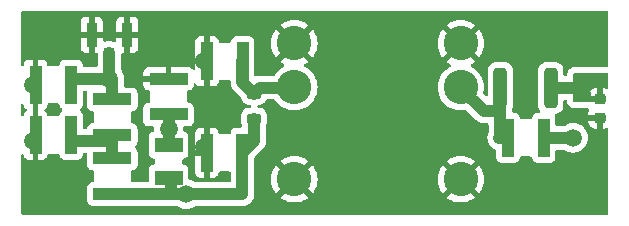
<source format=gtl>
G04 #@! TF.GenerationSoftware,KiCad,Pcbnew,7.0.9*
G04 #@! TF.CreationDate,2023-11-27T12:39:35-05:00*
G04 #@! TF.ProjectId,GE_3T_Wantcom_motherboard,47455f33-545f-4576-916e-74636f6d5f6d,0*
G04 #@! TF.SameCoordinates,Original*
G04 #@! TF.FileFunction,Copper,L1,Top*
G04 #@! TF.FilePolarity,Positive*
%FSLAX46Y46*%
G04 Gerber Fmt 4.6, Leading zero omitted, Abs format (unit mm)*
G04 Created by KiCad (PCBNEW 7.0.9) date 2023-11-27 12:39:35*
%MOMM*%
%LPD*%
G01*
G04 APERTURE LIST*
G04 Aperture macros list*
%AMRoundRect*
0 Rectangle with rounded corners*
0 $1 Rounding radius*
0 $2 $3 $4 $5 $6 $7 $8 $9 X,Y pos of 4 corners*
0 Add a 4 corners polygon primitive as box body*
4,1,4,$2,$3,$4,$5,$6,$7,$8,$9,$2,$3,0*
0 Add four circle primitives for the rounded corners*
1,1,$1+$1,$2,$3*
1,1,$1+$1,$4,$5*
1,1,$1+$1,$6,$7*
1,1,$1+$1,$8,$9*
0 Add four rect primitives between the rounded corners*
20,1,$1+$1,$2,$3,$4,$5,0*
20,1,$1+$1,$4,$5,$6,$7,0*
20,1,$1+$1,$6,$7,$8,$9,0*
20,1,$1+$1,$8,$9,$2,$3,0*%
G04 Aperture macros list end*
G04 #@! TA.AperFunction,ComponentPad*
%ADD10C,3.500000*%
G04 #@! TD*
G04 #@! TA.AperFunction,ComponentPad*
%ADD11C,2.920000*%
G04 #@! TD*
G04 #@! TA.AperFunction,HeatsinkPad*
%ADD12R,1.500000X1.500000*%
G04 #@! TD*
G04 #@! TA.AperFunction,ComponentPad*
%ADD13R,1.500000X1.500000*%
G04 #@! TD*
G04 #@! TA.AperFunction,SMDPad,CuDef*
%ADD14RoundRect,0.218750X0.381250X-0.218750X0.381250X0.218750X-0.381250X0.218750X-0.381250X-0.218750X0*%
G04 #@! TD*
G04 #@! TA.AperFunction,SMDPad,CuDef*
%ADD15R,0.990600X3.251200*%
G04 #@! TD*
G04 #@! TA.AperFunction,SMDPad,CuDef*
%ADD16RoundRect,0.250000X0.312500X1.450000X-0.312500X1.450000X-0.312500X-1.450000X0.312500X-1.450000X0*%
G04 #@! TD*
G04 #@! TA.AperFunction,SMDPad,CuDef*
%ADD17R,3.251200X0.990600*%
G04 #@! TD*
G04 #@! TA.AperFunction,SMDPad,CuDef*
%ADD18R,2.360000X1.270000*%
G04 #@! TD*
G04 #@! TA.AperFunction,SMDPad,CuDef*
%ADD19R,0.838200X0.889000*%
G04 #@! TD*
G04 #@! TA.AperFunction,SMDPad,CuDef*
%ADD20R,0.889000X2.057400*%
G04 #@! TD*
G04 #@! TA.AperFunction,SMDPad,CuDef*
%ADD21RoundRect,0.225000X-0.250000X0.225000X-0.250000X-0.225000X0.250000X-0.225000X0.250000X0.225000X0*%
G04 #@! TD*
G04 #@! TA.AperFunction,ViaPad*
%ADD22C,1.500000*%
G04 #@! TD*
G04 #@! TA.AperFunction,Conductor*
%ADD23C,1.000000*%
G04 #@! TD*
G04 APERTURE END LIST*
D10*
X158000000Y-114750000D03*
X167500000Y-102500000D03*
X202500000Y-102500000D03*
X202500000Y-114750000D03*
D11*
X178400000Y-106450000D03*
X192500000Y-106450000D03*
X178400000Y-102750000D03*
X178400000Y-114250000D03*
D12*
X181450000Y-102450000D03*
D13*
X181450000Y-106450000D03*
X181450000Y-110450000D03*
X181450000Y-114450000D03*
D12*
X185450000Y-102450000D03*
D13*
X185450000Y-106450000D03*
X185450000Y-110450000D03*
X185450000Y-114450000D03*
D12*
X189450000Y-102450000D03*
D13*
X189450000Y-106450000D03*
X189450000Y-110450000D03*
X189450000Y-114450000D03*
D11*
X192500000Y-102750000D03*
X192500000Y-114250000D03*
D14*
X175000000Y-109125000D03*
X175000000Y-107000000D03*
D15*
X159511300Y-106250000D03*
X156488700Y-106250000D03*
D16*
X200117500Y-106500000D03*
X195842500Y-106500000D03*
D17*
X163000000Y-107488700D03*
X163000000Y-110511300D03*
D18*
X167750000Y-114145000D03*
X167750000Y-111355000D03*
D15*
X159511300Y-110500000D03*
X156488700Y-110500000D03*
D19*
X162750000Y-103548399D03*
D20*
X161250000Y-101999990D03*
X164250000Y-101999990D03*
D15*
X196488700Y-110740000D03*
X199511300Y-110740000D03*
X170988700Y-112000000D03*
X174011300Y-112000000D03*
D17*
X167750000Y-105738700D03*
X167750000Y-108761300D03*
D21*
X204250000Y-107475000D03*
X204250000Y-109025000D03*
D17*
X163000000Y-112488700D03*
X163000000Y-115511300D03*
D15*
X171000000Y-104250000D03*
X174022600Y-104250000D03*
D22*
X170784800Y-104250000D03*
X156250000Y-106250000D03*
X170750000Y-111500000D03*
X157250000Y-101750000D03*
X204000000Y-111500000D03*
X156250000Y-111000000D03*
X202000000Y-110740000D03*
X167750000Y-110000000D03*
X169250000Y-115500000D03*
X162750000Y-105750000D03*
D23*
X200117500Y-106500000D02*
X202500000Y-106500000D01*
X202500000Y-106500000D02*
X203000000Y-107000000D01*
X195750000Y-108500000D02*
X194480000Y-108500000D01*
X195842500Y-106500000D02*
X195842500Y-110647500D01*
X196488700Y-110740000D02*
X195750000Y-110740000D01*
X194480000Y-108500000D02*
X192470000Y-106490000D01*
X195842500Y-110647500D02*
X195750000Y-110740000D01*
X202000000Y-110740000D02*
X199511300Y-110740000D01*
X167750000Y-111355000D02*
X167750000Y-108761300D01*
X168000000Y-114395000D02*
X167750000Y-114145000D01*
X169238700Y-115511300D02*
X168000000Y-115511300D01*
X174011300Y-115488700D02*
X174011300Y-112000000D01*
X169250000Y-115500000D02*
X174000000Y-115500000D01*
X175000000Y-109125000D02*
X175000000Y-111011300D01*
X174000000Y-115500000D02*
X174011300Y-115488700D01*
X169250000Y-115500000D02*
X169238700Y-115511300D01*
X175000000Y-111011300D02*
X174011300Y-112000000D01*
X168000000Y-115511300D02*
X168000000Y-114395000D01*
X168000000Y-115511300D02*
X163000000Y-115511300D01*
X163000000Y-111000000D02*
X163000000Y-110511300D01*
X159511300Y-111000000D02*
X163000000Y-111000000D01*
X163000000Y-112488700D02*
X163000000Y-111000000D01*
X175510000Y-106490000D02*
X175000000Y-107000000D01*
X174011300Y-104250000D02*
X174011300Y-106011300D01*
X178370000Y-106490000D02*
X175510000Y-106490000D01*
X174011300Y-106011300D02*
X175000000Y-107000000D01*
X163000000Y-107488700D02*
X163000000Y-106000000D01*
X163000000Y-106000000D02*
X162750000Y-105750000D01*
X159761300Y-105750000D02*
X159511300Y-106000000D01*
X162750000Y-105750000D02*
X162750000Y-103548409D01*
X162750000Y-105750000D02*
X159761300Y-105750000D01*
G04 #@! TA.AperFunction,Conductor*
G36*
X204942539Y-105269685D02*
G01*
X204988294Y-105322489D01*
X204999500Y-105374000D01*
X204999500Y-106484098D01*
X204979815Y-106551137D01*
X204927011Y-106596892D01*
X204857853Y-106606836D01*
X204815108Y-106591342D01*
X204815032Y-106591507D01*
X204813183Y-106590645D01*
X204810405Y-106589638D01*
X204808488Y-106588455D01*
X204808481Y-106588452D01*
X204647606Y-106535144D01*
X204548322Y-106525000D01*
X204500000Y-106525000D01*
X204500000Y-107601000D01*
X204480315Y-107668039D01*
X204427511Y-107713794D01*
X204376000Y-107725000D01*
X203265591Y-107725000D01*
X203224997Y-107747166D01*
X203198639Y-107750000D01*
X202124000Y-107750000D01*
X202056961Y-107730315D01*
X202011206Y-107677511D01*
X202000000Y-107626000D01*
X202000000Y-107225000D01*
X203275000Y-107225000D01*
X204000000Y-107225000D01*
X204000000Y-106525000D01*
X203999999Y-106524999D01*
X203951693Y-106525000D01*
X203951675Y-106525001D01*
X203852392Y-106535144D01*
X203691518Y-106588452D01*
X203691507Y-106588457D01*
X203547271Y-106677424D01*
X203547267Y-106677427D01*
X203427427Y-106797267D01*
X203427424Y-106797271D01*
X203338457Y-106941507D01*
X203338452Y-106941518D01*
X203285144Y-107102393D01*
X203275000Y-107201677D01*
X203275000Y-107225000D01*
X202000000Y-107225000D01*
X202000000Y-105374000D01*
X202019685Y-105306961D01*
X202072489Y-105261206D01*
X202124000Y-105250000D01*
X204875500Y-105250000D01*
X204942539Y-105269685D01*
G37*
G04 #@! TD.AperFunction*
G04 #@! TA.AperFunction,Conductor*
G36*
X204942539Y-100020185D02*
G01*
X204988294Y-100072989D01*
X204999500Y-100124500D01*
X204999500Y-104620500D01*
X204979815Y-104687539D01*
X204927011Y-104733294D01*
X204875500Y-104744500D01*
X202124000Y-104744500D01*
X202123991Y-104744500D01*
X202123990Y-104744501D01*
X202016549Y-104756052D01*
X202016537Y-104756054D01*
X201965027Y-104767260D01*
X201862502Y-104801383D01*
X201862496Y-104801386D01*
X201741462Y-104879171D01*
X201741451Y-104879179D01*
X201688659Y-104924923D01*
X201594433Y-105033664D01*
X201594430Y-105033668D01*
X201534664Y-105164534D01*
X201514978Y-105231575D01*
X201514976Y-105231580D01*
X201494500Y-105374001D01*
X201494500Y-105375500D01*
X201494358Y-105375982D01*
X201494184Y-105378420D01*
X201493653Y-105378382D01*
X201474815Y-105442539D01*
X201422011Y-105488294D01*
X201370500Y-105499500D01*
X201304499Y-105499500D01*
X201237460Y-105479815D01*
X201191705Y-105427011D01*
X201180499Y-105375500D01*
X201180499Y-104999998D01*
X201180498Y-104999981D01*
X201169999Y-104897203D01*
X201169998Y-104897200D01*
X201152513Y-104844433D01*
X201114814Y-104730666D01*
X201022712Y-104581344D01*
X200898656Y-104457288D01*
X200805888Y-104400069D01*
X200749336Y-104365187D01*
X200749331Y-104365185D01*
X200747862Y-104364698D01*
X200582797Y-104310001D01*
X200582795Y-104310000D01*
X200480010Y-104299500D01*
X199754998Y-104299500D01*
X199754980Y-104299501D01*
X199652203Y-104310000D01*
X199652200Y-104310001D01*
X199485668Y-104365185D01*
X199485663Y-104365187D01*
X199336342Y-104457289D01*
X199212289Y-104581342D01*
X199120187Y-104730663D01*
X199120185Y-104730668D01*
X199111773Y-104756054D01*
X199065001Y-104897203D01*
X199065001Y-104897204D01*
X199065000Y-104897204D01*
X199054500Y-104999983D01*
X199054500Y-108000001D01*
X199054501Y-108000018D01*
X199065000Y-108102796D01*
X199065001Y-108102799D01*
X199120185Y-108269331D01*
X199120187Y-108269336D01*
X199147011Y-108312824D01*
X199210346Y-108415508D01*
X199216080Y-108424803D01*
X199234520Y-108492196D01*
X199213597Y-108558859D01*
X199159955Y-108603629D01*
X199110542Y-108613900D01*
X198968130Y-108613900D01*
X198968123Y-108613901D01*
X198908516Y-108620308D01*
X198773671Y-108670602D01*
X198773664Y-108670606D01*
X198658455Y-108756852D01*
X198658452Y-108756855D01*
X198572206Y-108872064D01*
X198572202Y-108872071D01*
X198521910Y-109006913D01*
X198521909Y-109006917D01*
X198516797Y-109054458D01*
X198490061Y-109119006D01*
X198432668Y-109158854D01*
X198393509Y-109165200D01*
X197606491Y-109165200D01*
X197539452Y-109145515D01*
X197493697Y-109092711D01*
X197483201Y-109054453D01*
X197478091Y-109006916D01*
X197427797Y-108872071D01*
X197427793Y-108872064D01*
X197341547Y-108756855D01*
X197341544Y-108756852D01*
X197226335Y-108670606D01*
X197226328Y-108670602D01*
X197091482Y-108620308D01*
X197091483Y-108620308D01*
X197031883Y-108613901D01*
X197031881Y-108613900D01*
X197031873Y-108613900D01*
X197031865Y-108613900D01*
X196967000Y-108613900D01*
X196899961Y-108594215D01*
X196854206Y-108541411D01*
X196843000Y-108489900D01*
X196843000Y-108279728D01*
X196849294Y-108240724D01*
X196894999Y-108102797D01*
X196905500Y-108000009D01*
X196905499Y-104999992D01*
X196894999Y-104897203D01*
X196839814Y-104730666D01*
X196747712Y-104581344D01*
X196623656Y-104457288D01*
X196530888Y-104400069D01*
X196474336Y-104365187D01*
X196474331Y-104365185D01*
X196472862Y-104364698D01*
X196307797Y-104310001D01*
X196307795Y-104310000D01*
X196205010Y-104299500D01*
X195479998Y-104299500D01*
X195479980Y-104299501D01*
X195377203Y-104310000D01*
X195377200Y-104310001D01*
X195210668Y-104365185D01*
X195210663Y-104365187D01*
X195061342Y-104457289D01*
X194937289Y-104581342D01*
X194845187Y-104730663D01*
X194845185Y-104730668D01*
X194836773Y-104756054D01*
X194790001Y-104897203D01*
X194790001Y-104897204D01*
X194790000Y-104897204D01*
X194779500Y-104999983D01*
X194779500Y-107085218D01*
X194759815Y-107152257D01*
X194707011Y-107198012D01*
X194637853Y-107207956D01*
X194574297Y-107178931D01*
X194567819Y-107172899D01*
X194436051Y-107041131D01*
X194402566Y-106979808D01*
X194402566Y-106927091D01*
X194445501Y-106729726D01*
X194445501Y-106729725D01*
X194445502Y-106729721D01*
X194465508Y-106450000D01*
X194465151Y-106445014D01*
X194453918Y-106287952D01*
X194445502Y-106170279D01*
X194444964Y-106167808D01*
X194415696Y-106033265D01*
X194385891Y-105896252D01*
X194287889Y-105633498D01*
X194271497Y-105603479D01*
X194153494Y-105387371D01*
X194153489Y-105387363D01*
X193985438Y-105162873D01*
X193985422Y-105162855D01*
X193787144Y-104964577D01*
X193787126Y-104964561D01*
X193562636Y-104796510D01*
X193562628Y-104796505D01*
X193401544Y-104708546D01*
X193352139Y-104659140D01*
X193337287Y-104590868D01*
X193361704Y-104525403D01*
X193401545Y-104490881D01*
X193562360Y-104403070D01*
X193697988Y-104301540D01*
X192989738Y-103593291D01*
X193059859Y-103554371D01*
X193210317Y-103425207D01*
X193331695Y-103268400D01*
X193344943Y-103241391D01*
X194051540Y-103947988D01*
X194153071Y-103812358D01*
X194153072Y-103812357D01*
X194287430Y-103566298D01*
X194287432Y-103566294D01*
X194385411Y-103303599D01*
X194445004Y-103029658D01*
X194445005Y-103029651D01*
X194465007Y-102750001D01*
X194465007Y-102749998D01*
X194445005Y-102470348D01*
X194445004Y-102470341D01*
X194385411Y-102196400D01*
X194287432Y-101933705D01*
X194287430Y-101933701D01*
X194153072Y-101687642D01*
X194153067Y-101687634D01*
X194051541Y-101552011D01*
X194051540Y-101552010D01*
X193343502Y-102260048D01*
X193274982Y-102150119D01*
X193138363Y-102006396D01*
X192991954Y-101904492D01*
X193697988Y-101198458D01*
X193697988Y-101198457D01*
X193562365Y-101096932D01*
X193562357Y-101096927D01*
X193316298Y-100962569D01*
X193316294Y-100962567D01*
X193053599Y-100864588D01*
X192779658Y-100804995D01*
X192779651Y-100804994D01*
X192500001Y-100784993D01*
X192499999Y-100784993D01*
X192220348Y-100804994D01*
X192220341Y-100804995D01*
X191946400Y-100864588D01*
X191683705Y-100962567D01*
X191683701Y-100962569D01*
X191437642Y-101096927D01*
X191302011Y-101198458D01*
X192010261Y-101906708D01*
X191940141Y-101945629D01*
X191789683Y-102074793D01*
X191668305Y-102231600D01*
X191655056Y-102258609D01*
X190948458Y-101552011D01*
X190846927Y-101687642D01*
X190712569Y-101933701D01*
X190712567Y-101933705D01*
X190614588Y-102196400D01*
X190554995Y-102470341D01*
X190554994Y-102470348D01*
X190534993Y-102749998D01*
X190534993Y-102750001D01*
X190554994Y-103029651D01*
X190554995Y-103029658D01*
X190614588Y-103303599D01*
X190712567Y-103566294D01*
X190712569Y-103566298D01*
X190846927Y-103812357D01*
X190846932Y-103812365D01*
X190948457Y-103947988D01*
X190948458Y-103947988D01*
X191656496Y-103239949D01*
X191725018Y-103349881D01*
X191861637Y-103493604D01*
X192008044Y-103595507D01*
X191302010Y-104301540D01*
X191302011Y-104301541D01*
X191437634Y-104403067D01*
X191437641Y-104403072D01*
X191598455Y-104490882D01*
X191647860Y-104540287D01*
X191662712Y-104608560D01*
X191638295Y-104674024D01*
X191598456Y-104708546D01*
X191437365Y-104796509D01*
X191437363Y-104796510D01*
X191212873Y-104964561D01*
X191212855Y-104964577D01*
X191014577Y-105162855D01*
X191014561Y-105162873D01*
X190846510Y-105387363D01*
X190846505Y-105387371D01*
X190712113Y-105633492D01*
X190712111Y-105633496D01*
X190614107Y-105896258D01*
X190554498Y-106170273D01*
X190534492Y-106449998D01*
X190534492Y-106450001D01*
X190554498Y-106729726D01*
X190614107Y-107003741D01*
X190614109Y-107003748D01*
X190644496Y-107085218D01*
X190712111Y-107266503D01*
X190712113Y-107266507D01*
X190846505Y-107512628D01*
X190846510Y-107512636D01*
X191014561Y-107737126D01*
X191014577Y-107737144D01*
X191212855Y-107935422D01*
X191212873Y-107935438D01*
X191437363Y-108103489D01*
X191437371Y-108103494D01*
X191683492Y-108237886D01*
X191683496Y-108237888D01*
X191683498Y-108237889D01*
X191946252Y-108335891D01*
X192066287Y-108362003D01*
X192220273Y-108395501D01*
X192220275Y-108395501D01*
X192220279Y-108395502D01*
X192468855Y-108413280D01*
X192499999Y-108415508D01*
X192500000Y-108415508D01*
X192500001Y-108415508D01*
X192562135Y-108411064D01*
X192779721Y-108395502D01*
X192862107Y-108377579D01*
X192931794Y-108382563D01*
X192976143Y-108411064D01*
X193763566Y-109198487D01*
X193824941Y-109263053D01*
X193824944Y-109263055D01*
X193824947Y-109263058D01*
X193855877Y-109284584D01*
X193875295Y-109298100D01*
X193879050Y-109300932D01*
X193883405Y-109304483D01*
X193926593Y-109339698D01*
X193957045Y-109355604D01*
X193963756Y-109359671D01*
X193991951Y-109379295D01*
X194048332Y-109403490D01*
X194052567Y-109405501D01*
X194106951Y-109433909D01*
X194139973Y-109443356D01*
X194147365Y-109445989D01*
X194178940Y-109459539D01*
X194178941Y-109459540D01*
X194192054Y-109462234D01*
X194239055Y-109471892D01*
X194243595Y-109473006D01*
X194302582Y-109489886D01*
X194336841Y-109492494D01*
X194344609Y-109493585D01*
X194378255Y-109500500D01*
X194378259Y-109500500D01*
X194439601Y-109500500D01*
X194444308Y-109500678D01*
X194480651Y-109503446D01*
X194505475Y-109505337D01*
X194505475Y-109505336D01*
X194505476Y-109505337D01*
X194539559Y-109500996D01*
X194547389Y-109500500D01*
X194718000Y-109500500D01*
X194785039Y-109520185D01*
X194830794Y-109572989D01*
X194842000Y-109624500D01*
X194842000Y-110286915D01*
X194827909Y-110344325D01*
X194816092Y-110366947D01*
X194816089Y-110366953D01*
X194815605Y-110368648D01*
X194807720Y-110389138D01*
X194806940Y-110390726D01*
X194784617Y-110476945D01*
X194771719Y-110522023D01*
X194760112Y-110562586D01*
X194760112Y-110562587D01*
X194759977Y-110564358D01*
X194756381Y-110585996D01*
X194755937Y-110587708D01*
X194751426Y-110676654D01*
X194744663Y-110765478D01*
X194744663Y-110765480D01*
X194744887Y-110767241D01*
X194745721Y-110789153D01*
X194745631Y-110790930D01*
X194745631Y-110790940D01*
X194759115Y-110878957D01*
X194770368Y-110967321D01*
X194770370Y-110967329D01*
X194770942Y-110969001D01*
X194776177Y-110990330D01*
X194776444Y-110992071D01*
X194807369Y-111075572D01*
X194836184Y-111159872D01*
X194836185Y-111159874D01*
X194836184Y-111159874D01*
X194837083Y-111161400D01*
X194846500Y-111181230D01*
X194847114Y-111182887D01*
X194894236Y-111258488D01*
X194939410Y-111335227D01*
X194940591Y-111336534D01*
X194953811Y-111354067D01*
X194954748Y-111355571D01*
X195008691Y-111412318D01*
X195016133Y-111420147D01*
X195075819Y-111486211D01*
X195075826Y-111486217D01*
X195077241Y-111487256D01*
X195093724Y-111501773D01*
X195094941Y-111503053D01*
X195168058Y-111553944D01*
X195239833Y-111606649D01*
X195241431Y-111607383D01*
X195260506Y-111618289D01*
X195261951Y-111619295D01*
X195343818Y-111654427D01*
X195420671Y-111689739D01*
X195473370Y-111735615D01*
X195492900Y-111802414D01*
X195492900Y-112413470D01*
X195492901Y-112413476D01*
X195499308Y-112473083D01*
X195549602Y-112607928D01*
X195549606Y-112607935D01*
X195635852Y-112723144D01*
X195635855Y-112723147D01*
X195751064Y-112809393D01*
X195751071Y-112809397D01*
X195885917Y-112859691D01*
X195885916Y-112859691D01*
X195892844Y-112860435D01*
X195945527Y-112866100D01*
X197031872Y-112866099D01*
X197091483Y-112859691D01*
X197226331Y-112809396D01*
X197341546Y-112723146D01*
X197427796Y-112607931D01*
X197478091Y-112473083D01*
X197483202Y-112425541D01*
X197509939Y-112360994D01*
X197567332Y-112321146D01*
X197606491Y-112314800D01*
X198393509Y-112314800D01*
X198460548Y-112334485D01*
X198506303Y-112387289D01*
X198516799Y-112425547D01*
X198521908Y-112473083D01*
X198572202Y-112607928D01*
X198572206Y-112607935D01*
X198658452Y-112723144D01*
X198658455Y-112723147D01*
X198773664Y-112809393D01*
X198773671Y-112809397D01*
X198908517Y-112859691D01*
X198908516Y-112859691D01*
X198915444Y-112860435D01*
X198968127Y-112866100D01*
X200054472Y-112866099D01*
X200114083Y-112859691D01*
X200248931Y-112809396D01*
X200364146Y-112723146D01*
X200450396Y-112607931D01*
X200500691Y-112473083D01*
X200507100Y-112413473D01*
X200507100Y-111864500D01*
X200526785Y-111797461D01*
X200579589Y-111751706D01*
X200631100Y-111740500D01*
X201209583Y-111740500D01*
X201276622Y-111760185D01*
X201280706Y-111762925D01*
X201372356Y-111827099D01*
X201372358Y-111827100D01*
X201372361Y-111827102D01*
X201570670Y-111919575D01*
X201782023Y-111976207D01*
X201964926Y-111992208D01*
X201999998Y-111995277D01*
X202000000Y-111995277D01*
X202000002Y-111995277D01*
X202028254Y-111992805D01*
X202217977Y-111976207D01*
X202429330Y-111919575D01*
X202627639Y-111827102D01*
X202806877Y-111701598D01*
X202961598Y-111546877D01*
X203087102Y-111367639D01*
X203179575Y-111169330D01*
X203236207Y-110957977D01*
X203255277Y-110740000D01*
X203236207Y-110522023D01*
X203194656Y-110366953D01*
X203179577Y-110310677D01*
X203179576Y-110310676D01*
X203179575Y-110310670D01*
X203087102Y-110112362D01*
X203087100Y-110112359D01*
X203087099Y-110112357D01*
X202961599Y-109933124D01*
X202891169Y-109862694D01*
X202806877Y-109778402D01*
X202666232Y-109679921D01*
X202627638Y-109652897D01*
X202528484Y-109606661D01*
X202429330Y-109560425D01*
X202429326Y-109560424D01*
X202429322Y-109560422D01*
X202217977Y-109503793D01*
X202000002Y-109484723D01*
X201999998Y-109484723D01*
X201898704Y-109493585D01*
X201782023Y-109503793D01*
X201782020Y-109503793D01*
X201570677Y-109560422D01*
X201570668Y-109560426D01*
X201372361Y-109652898D01*
X201372357Y-109652900D01*
X201280707Y-109717075D01*
X201214501Y-109739402D01*
X201209584Y-109739500D01*
X200631099Y-109739500D01*
X200564060Y-109719815D01*
X200518305Y-109667011D01*
X200507099Y-109615500D01*
X200507099Y-109275000D01*
X203275001Y-109275000D01*
X203275001Y-109298322D01*
X203285144Y-109397607D01*
X203338452Y-109558481D01*
X203338457Y-109558492D01*
X203427424Y-109702728D01*
X203427427Y-109702732D01*
X203547267Y-109822572D01*
X203547271Y-109822575D01*
X203691507Y-109911542D01*
X203691518Y-109911547D01*
X203852393Y-109964855D01*
X203951683Y-109974999D01*
X203999999Y-109974998D01*
X204000000Y-109974998D01*
X204000000Y-109275000D01*
X203275001Y-109275000D01*
X200507099Y-109275000D01*
X200507099Y-109066529D01*
X200507098Y-109066523D01*
X200500691Y-109006916D01*
X200447297Y-108863759D01*
X200449760Y-108862840D01*
X200437825Y-108807969D01*
X200462244Y-108742505D01*
X200518178Y-108700635D01*
X200548905Y-108693461D01*
X200582797Y-108689999D01*
X200749334Y-108634814D01*
X200898656Y-108542712D01*
X201022712Y-108418656D01*
X201114814Y-108269334D01*
X201169999Y-108102797D01*
X201180500Y-108000009D01*
X201180500Y-107624500D01*
X201200185Y-107557461D01*
X201252989Y-107511706D01*
X201304500Y-107500500D01*
X201370500Y-107500500D01*
X201437539Y-107520185D01*
X201483294Y-107572989D01*
X201494105Y-107622685D01*
X201494322Y-107622674D01*
X201494393Y-107624011D01*
X201494500Y-107624500D01*
X201494500Y-107626000D01*
X201494501Y-107626009D01*
X201506052Y-107733450D01*
X201506054Y-107733462D01*
X201517260Y-107784972D01*
X201551383Y-107887497D01*
X201551386Y-107887503D01*
X201629171Y-108008537D01*
X201629179Y-108008548D01*
X201674923Y-108061340D01*
X201674926Y-108061343D01*
X201674930Y-108061347D01*
X201783664Y-108155567D01*
X201783667Y-108155568D01*
X201783668Y-108155569D01*
X201874527Y-108197064D01*
X201914541Y-108215338D01*
X201959357Y-108228497D01*
X201981575Y-108235022D01*
X201981580Y-108235023D01*
X201981584Y-108235024D01*
X202124000Y-108255500D01*
X202124003Y-108255500D01*
X203212174Y-108255500D01*
X203212178Y-108255500D01*
X203239217Y-108254051D01*
X203239224Y-108254050D01*
X203239226Y-108254050D01*
X203250682Y-108252818D01*
X203319443Y-108265218D01*
X203370584Y-108312824D01*
X203387868Y-108380522D01*
X203369486Y-108441202D01*
X203338457Y-108491509D01*
X203338452Y-108491518D01*
X203285144Y-108652393D01*
X203275000Y-108751677D01*
X203275000Y-108775000D01*
X204376000Y-108775000D01*
X204443039Y-108794685D01*
X204488794Y-108847489D01*
X204500000Y-108899000D01*
X204500000Y-109974999D01*
X204548308Y-109974999D01*
X204548322Y-109974998D01*
X204647607Y-109964855D01*
X204808481Y-109911547D01*
X204808482Y-109911546D01*
X204810395Y-109910367D01*
X204811891Y-109909957D01*
X204815032Y-109908493D01*
X204815282Y-109909029D01*
X204877786Y-109891922D01*
X204944451Y-109912839D01*
X204989225Y-109966478D01*
X204999500Y-110015901D01*
X204999500Y-117125500D01*
X204979815Y-117192539D01*
X204927011Y-117238294D01*
X204875500Y-117249500D01*
X155374500Y-117249500D01*
X155307461Y-117229815D01*
X155261706Y-117177011D01*
X155250500Y-117125500D01*
X155250500Y-112227511D01*
X155270185Y-112160472D01*
X155322989Y-112114717D01*
X155392147Y-112104773D01*
X155455703Y-112133798D01*
X155493477Y-112192576D01*
X155497789Y-112214255D01*
X155499801Y-112232972D01*
X155499803Y-112232979D01*
X155550045Y-112367686D01*
X155550049Y-112367693D01*
X155636209Y-112482787D01*
X155636212Y-112482790D01*
X155751306Y-112568950D01*
X155751313Y-112568954D01*
X155886020Y-112619196D01*
X155886027Y-112619198D01*
X155945555Y-112625599D01*
X155945572Y-112625600D01*
X156238700Y-112625600D01*
X156738700Y-112625600D01*
X157031828Y-112625600D01*
X157031844Y-112625599D01*
X157091372Y-112619198D01*
X157091379Y-112619196D01*
X157226086Y-112568954D01*
X157226093Y-112568950D01*
X157341187Y-112482790D01*
X157341190Y-112482787D01*
X157427350Y-112367693D01*
X157427354Y-112367686D01*
X157477596Y-112232979D01*
X157477598Y-112232972D01*
X157482698Y-112185544D01*
X157509436Y-112120993D01*
X157566829Y-112081145D01*
X157605987Y-112074800D01*
X158393509Y-112074800D01*
X158460548Y-112094485D01*
X158506303Y-112147289D01*
X158516799Y-112185547D01*
X158521908Y-112233083D01*
X158572202Y-112367928D01*
X158572206Y-112367935D01*
X158658452Y-112483144D01*
X158658455Y-112483147D01*
X158773664Y-112569393D01*
X158773671Y-112569397D01*
X158908517Y-112619691D01*
X158908516Y-112619691D01*
X158915444Y-112620435D01*
X158968127Y-112626100D01*
X160054472Y-112626099D01*
X160114083Y-112619691D01*
X160248931Y-112569396D01*
X160364146Y-112483146D01*
X160450396Y-112367931D01*
X160500691Y-112233083D01*
X160507100Y-112173473D01*
X160507100Y-112124500D01*
X160526785Y-112057461D01*
X160579589Y-112011706D01*
X160631100Y-112000500D01*
X160749900Y-112000500D01*
X160816939Y-112020185D01*
X160862694Y-112072989D01*
X160873900Y-112124500D01*
X160873900Y-113031870D01*
X160873901Y-113031876D01*
X160880308Y-113091483D01*
X160930602Y-113226328D01*
X160930606Y-113226335D01*
X161016852Y-113341544D01*
X161016855Y-113341547D01*
X161132064Y-113427793D01*
X161132071Y-113427797D01*
X161177018Y-113444561D01*
X161266917Y-113478091D01*
X161314458Y-113483202D01*
X161379006Y-113509939D01*
X161418854Y-113567332D01*
X161425200Y-113606491D01*
X161425200Y-114393508D01*
X161405515Y-114460547D01*
X161352711Y-114506302D01*
X161314455Y-114516797D01*
X161266920Y-114521907D01*
X161132071Y-114572202D01*
X161132064Y-114572206D01*
X161016855Y-114658452D01*
X161016852Y-114658455D01*
X160930606Y-114773664D01*
X160930602Y-114773671D01*
X160880308Y-114908517D01*
X160873901Y-114968116D01*
X160873900Y-114968135D01*
X160873900Y-116054470D01*
X160873901Y-116054476D01*
X160880308Y-116114083D01*
X160930602Y-116248928D01*
X160930606Y-116248935D01*
X161016852Y-116364144D01*
X161016855Y-116364147D01*
X161132064Y-116450393D01*
X161132071Y-116450397D01*
X161266917Y-116500691D01*
X161266916Y-116500691D01*
X161273844Y-116501435D01*
X161326527Y-116507100D01*
X162862777Y-116507099D01*
X162887739Y-116509638D01*
X162898259Y-116511800D01*
X167898259Y-116511800D01*
X167973071Y-116511800D01*
X167976211Y-116511880D01*
X168002842Y-116513230D01*
X168050936Y-116515669D01*
X168066857Y-116513230D01*
X168085633Y-116511800D01*
X168475721Y-116511800D01*
X168542760Y-116531485D01*
X168546844Y-116534225D01*
X168622356Y-116587099D01*
X168622358Y-116587100D01*
X168622361Y-116587102D01*
X168820670Y-116679575D01*
X169032023Y-116736207D01*
X169214926Y-116752208D01*
X169249998Y-116755277D01*
X169250000Y-116755277D01*
X169250002Y-116755277D01*
X169278254Y-116752805D01*
X169467977Y-116736207D01*
X169679330Y-116679575D01*
X169877639Y-116587102D01*
X169896521Y-116573880D01*
X169969294Y-116522925D01*
X170035500Y-116500598D01*
X170040417Y-116500500D01*
X173987284Y-116500500D01*
X174076358Y-116502757D01*
X174076358Y-116502756D01*
X174076363Y-116502757D01*
X174136753Y-116491932D01*
X174141412Y-116491280D01*
X174183607Y-116486988D01*
X174202438Y-116485074D01*
X174235227Y-116474786D01*
X174242840Y-116472918D01*
X174276653Y-116466858D01*
X174333621Y-116444101D01*
X174338053Y-116442524D01*
X174396588Y-116424159D01*
X174426627Y-116407484D01*
X174433708Y-116404122D01*
X174465617Y-116391377D01*
X174516854Y-116357608D01*
X174520851Y-116355187D01*
X174574502Y-116325409D01*
X174600568Y-116303030D01*
X174606843Y-116298300D01*
X174635519Y-116279402D01*
X174678917Y-116236002D01*
X174682336Y-116232834D01*
X174728895Y-116192866D01*
X174740391Y-116178012D01*
X174753011Y-116164044D01*
X174774353Y-116143759D01*
X174809400Y-116093404D01*
X174812225Y-116089657D01*
X174850998Y-116042107D01*
X174866907Y-116011648D01*
X174870967Y-116004948D01*
X174890595Y-115976749D01*
X174914792Y-115920360D01*
X174916798Y-115916135D01*
X174945209Y-115861749D01*
X174954660Y-115828715D01*
X174957291Y-115821328D01*
X174965783Y-115801541D01*
X174970840Y-115789758D01*
X174983193Y-115729640D01*
X174984306Y-115725112D01*
X175001187Y-115666118D01*
X175003795Y-115631855D01*
X175004887Y-115624076D01*
X175011800Y-115590439D01*
X175011800Y-115529101D01*
X175011979Y-115524392D01*
X175016637Y-115463225D01*
X175012297Y-115429141D01*
X175011800Y-115421302D01*
X175011800Y-114250001D01*
X176434993Y-114250001D01*
X176454994Y-114529651D01*
X176454995Y-114529658D01*
X176514588Y-114803599D01*
X176612567Y-115066294D01*
X176612569Y-115066298D01*
X176746927Y-115312357D01*
X176746932Y-115312365D01*
X176848457Y-115447988D01*
X176848458Y-115447988D01*
X177556496Y-114739949D01*
X177625018Y-114849881D01*
X177761637Y-114993604D01*
X177908044Y-115095507D01*
X177202010Y-115801540D01*
X177202011Y-115801541D01*
X177337634Y-115903067D01*
X177337642Y-115903072D01*
X177583701Y-116037430D01*
X177583705Y-116037432D01*
X177846400Y-116135411D01*
X178120341Y-116195004D01*
X178120348Y-116195005D01*
X178399999Y-116215007D01*
X178400001Y-116215007D01*
X178679651Y-116195005D01*
X178679658Y-116195004D01*
X178953599Y-116135411D01*
X179216294Y-116037432D01*
X179216298Y-116037430D01*
X179462357Y-115903072D01*
X179462358Y-115903071D01*
X179597988Y-115801540D01*
X178889738Y-115093291D01*
X178959859Y-115054371D01*
X179110317Y-114925207D01*
X179231695Y-114768400D01*
X179244943Y-114741390D01*
X179951540Y-115447988D01*
X180053071Y-115312358D01*
X180053072Y-115312357D01*
X180187430Y-115066298D01*
X180187432Y-115066294D01*
X180285411Y-114803599D01*
X180345004Y-114529658D01*
X180345005Y-114529651D01*
X180365007Y-114250001D01*
X190534993Y-114250001D01*
X190554994Y-114529651D01*
X190554995Y-114529658D01*
X190614588Y-114803599D01*
X190712567Y-115066294D01*
X190712569Y-115066298D01*
X190846927Y-115312357D01*
X190846932Y-115312365D01*
X190948457Y-115447988D01*
X190948458Y-115447988D01*
X191656496Y-114739949D01*
X191725018Y-114849881D01*
X191861637Y-114993604D01*
X192008044Y-115095507D01*
X191302010Y-115801540D01*
X191302011Y-115801541D01*
X191437634Y-115903067D01*
X191437642Y-115903072D01*
X191683701Y-116037430D01*
X191683705Y-116037432D01*
X191946400Y-116135411D01*
X192220341Y-116195004D01*
X192220348Y-116195005D01*
X192499999Y-116215007D01*
X192500001Y-116215007D01*
X192779651Y-116195005D01*
X192779658Y-116195004D01*
X193053599Y-116135411D01*
X193316294Y-116037432D01*
X193316298Y-116037430D01*
X193562357Y-115903072D01*
X193562358Y-115903071D01*
X193697988Y-115801540D01*
X192989738Y-115093291D01*
X193059859Y-115054371D01*
X193210317Y-114925207D01*
X193331695Y-114768400D01*
X193344943Y-114741391D01*
X194051540Y-115447988D01*
X194153071Y-115312358D01*
X194153072Y-115312357D01*
X194287430Y-115066298D01*
X194287432Y-115066294D01*
X194385411Y-114803599D01*
X194445004Y-114529658D01*
X194445005Y-114529651D01*
X194465007Y-114250001D01*
X194465007Y-114249998D01*
X194445005Y-113970348D01*
X194445004Y-113970341D01*
X194385411Y-113696400D01*
X194287432Y-113433705D01*
X194287430Y-113433701D01*
X194153072Y-113187642D01*
X194153067Y-113187634D01*
X194051541Y-113052011D01*
X194051540Y-113052010D01*
X193343502Y-113760048D01*
X193274982Y-113650119D01*
X193138363Y-113506396D01*
X192991954Y-113404492D01*
X193697988Y-112698458D01*
X193697988Y-112698457D01*
X193562365Y-112596932D01*
X193562357Y-112596927D01*
X193316298Y-112462569D01*
X193316294Y-112462567D01*
X193053599Y-112364588D01*
X192779658Y-112304995D01*
X192779651Y-112304994D01*
X192500001Y-112284993D01*
X192499999Y-112284993D01*
X192220348Y-112304994D01*
X192220341Y-112304995D01*
X191946400Y-112364588D01*
X191683705Y-112462567D01*
X191683701Y-112462569D01*
X191437642Y-112596927D01*
X191302011Y-112698458D01*
X192010261Y-113406708D01*
X191940141Y-113445629D01*
X191789683Y-113574793D01*
X191668305Y-113731600D01*
X191655056Y-113758609D01*
X190948458Y-113052011D01*
X190846927Y-113187642D01*
X190712569Y-113433701D01*
X190712567Y-113433705D01*
X190614588Y-113696400D01*
X190554995Y-113970341D01*
X190554994Y-113970348D01*
X190534993Y-114249998D01*
X190534993Y-114250001D01*
X180365007Y-114250001D01*
X180365007Y-114249998D01*
X180345005Y-113970348D01*
X180345004Y-113970341D01*
X180285411Y-113696400D01*
X180187432Y-113433705D01*
X180187430Y-113433701D01*
X180053072Y-113187642D01*
X180053067Y-113187634D01*
X179951541Y-113052011D01*
X179951540Y-113052010D01*
X179243502Y-113760048D01*
X179174982Y-113650119D01*
X179038363Y-113506396D01*
X178891954Y-113404492D01*
X179597988Y-112698458D01*
X179597988Y-112698457D01*
X179462365Y-112596932D01*
X179462357Y-112596927D01*
X179216298Y-112462569D01*
X179216294Y-112462567D01*
X178953599Y-112364588D01*
X178679658Y-112304995D01*
X178679651Y-112304994D01*
X178400001Y-112284993D01*
X178399999Y-112284993D01*
X178120348Y-112304994D01*
X178120341Y-112304995D01*
X177846400Y-112364588D01*
X177583705Y-112462567D01*
X177583701Y-112462569D01*
X177337642Y-112596927D01*
X177202011Y-112698458D01*
X177910261Y-113406708D01*
X177840141Y-113445629D01*
X177689683Y-113574793D01*
X177568305Y-113731600D01*
X177555056Y-113758609D01*
X176848458Y-113052011D01*
X176746927Y-113187642D01*
X176612569Y-113433701D01*
X176612567Y-113433705D01*
X176514588Y-113696400D01*
X176454995Y-113970341D01*
X176454994Y-113970348D01*
X176434993Y-114249998D01*
X176434993Y-114250001D01*
X175011800Y-114250001D01*
X175011800Y-112465781D01*
X175031485Y-112398742D01*
X175048115Y-112378104D01*
X175698468Y-111727751D01*
X175763053Y-111666359D01*
X175786022Y-111633356D01*
X175798099Y-111616006D01*
X175800938Y-111612241D01*
X175811517Y-111599267D01*
X175839698Y-111564707D01*
X175855601Y-111534260D01*
X175859674Y-111527539D01*
X175864489Y-111520620D01*
X175879295Y-111499349D01*
X175903492Y-111442960D01*
X175905498Y-111438735D01*
X175933909Y-111384349D01*
X175943360Y-111351315D01*
X175945991Y-111343928D01*
X175949166Y-111336530D01*
X175959540Y-111312358D01*
X175971893Y-111252240D01*
X175973006Y-111247712D01*
X175989887Y-111188718D01*
X175992495Y-111154455D01*
X175993587Y-111146676D01*
X176000286Y-111114083D01*
X176000500Y-111113041D01*
X176000500Y-111051701D01*
X176000679Y-111046992D01*
X176005337Y-110985826D01*
X176000997Y-110951742D01*
X176000500Y-110943903D01*
X176000500Y-109745019D01*
X176018962Y-109679921D01*
X176032204Y-109658452D01*
X176037549Y-109649787D01*
X176090436Y-109490185D01*
X176100500Y-109391674D01*
X176100500Y-108858326D01*
X176090436Y-108759815D01*
X176037549Y-108600213D01*
X176037545Y-108600207D01*
X176037544Y-108600204D01*
X175949283Y-108457112D01*
X175949280Y-108457108D01*
X175830391Y-108338219D01*
X175830387Y-108338216D01*
X175687295Y-108249955D01*
X175687289Y-108249952D01*
X175687287Y-108249951D01*
X175527685Y-108197064D01*
X175527683Y-108197063D01*
X175429181Y-108187000D01*
X175429174Y-108187000D01*
X175384604Y-108187000D01*
X175353521Y-108183041D01*
X175349659Y-108182041D01*
X175289694Y-108146180D01*
X175258637Y-108083593D01*
X175266346Y-108014150D01*
X175310376Y-107959899D01*
X175376746Y-107938064D01*
X175380742Y-107938000D01*
X175429169Y-107938000D01*
X175429174Y-107938000D01*
X175527685Y-107927936D01*
X175687287Y-107875049D01*
X175830391Y-107786781D01*
X175949281Y-107667891D01*
X176007818Y-107572989D01*
X176022367Y-107549402D01*
X176074315Y-107502678D01*
X176127905Y-107490500D01*
X176667870Y-107490500D01*
X176734909Y-107510185D01*
X176767137Y-107540190D01*
X176914561Y-107737126D01*
X176914577Y-107737144D01*
X177112855Y-107935422D01*
X177112873Y-107935438D01*
X177337363Y-108103489D01*
X177337371Y-108103494D01*
X177583492Y-108237886D01*
X177583496Y-108237888D01*
X177583498Y-108237889D01*
X177846252Y-108335891D01*
X177966287Y-108362003D01*
X178120273Y-108395501D01*
X178120275Y-108395501D01*
X178120279Y-108395502D01*
X178368855Y-108413280D01*
X178399999Y-108415508D01*
X178400000Y-108415508D01*
X178400001Y-108415508D01*
X178428024Y-108413503D01*
X178679721Y-108395502D01*
X178953748Y-108335891D01*
X179216502Y-108237889D01*
X179462634Y-108103491D01*
X179687134Y-107935432D01*
X179885432Y-107737134D01*
X180053491Y-107512634D01*
X180187889Y-107266502D01*
X180285891Y-107003748D01*
X180345502Y-106729721D01*
X180365508Y-106450000D01*
X180365151Y-106445014D01*
X180353918Y-106287952D01*
X180345502Y-106170279D01*
X180344964Y-106167808D01*
X180315696Y-106033265D01*
X180285891Y-105896252D01*
X180187889Y-105633498D01*
X180171497Y-105603479D01*
X180053494Y-105387371D01*
X180053489Y-105387363D01*
X179885438Y-105162873D01*
X179885422Y-105162855D01*
X179687144Y-104964577D01*
X179687126Y-104964561D01*
X179462636Y-104796510D01*
X179462628Y-104796505D01*
X179301544Y-104708546D01*
X179252139Y-104659140D01*
X179237287Y-104590868D01*
X179261704Y-104525403D01*
X179301545Y-104490881D01*
X179462360Y-104403070D01*
X179597988Y-104301540D01*
X178889738Y-103593291D01*
X178959859Y-103554371D01*
X179110317Y-103425207D01*
X179231695Y-103268400D01*
X179244943Y-103241390D01*
X179951540Y-103947988D01*
X180053071Y-103812358D01*
X180053072Y-103812357D01*
X180187430Y-103566298D01*
X180187432Y-103566294D01*
X180285411Y-103303599D01*
X180345004Y-103029658D01*
X180345005Y-103029651D01*
X180365007Y-102750001D01*
X180365007Y-102749998D01*
X180345005Y-102470348D01*
X180345004Y-102470341D01*
X180285411Y-102196400D01*
X180187432Y-101933705D01*
X180187430Y-101933701D01*
X180053072Y-101687642D01*
X180053067Y-101687634D01*
X179951541Y-101552011D01*
X179951540Y-101552010D01*
X179243502Y-102260048D01*
X179174982Y-102150119D01*
X179038363Y-102006396D01*
X178891954Y-101904492D01*
X179597988Y-101198458D01*
X179597988Y-101198457D01*
X179462365Y-101096932D01*
X179462357Y-101096927D01*
X179216298Y-100962569D01*
X179216294Y-100962567D01*
X178953599Y-100864588D01*
X178679658Y-100804995D01*
X178679651Y-100804994D01*
X178400001Y-100784993D01*
X178399999Y-100784993D01*
X178120348Y-100804994D01*
X178120341Y-100804995D01*
X177846400Y-100864588D01*
X177583705Y-100962567D01*
X177583701Y-100962569D01*
X177337642Y-101096927D01*
X177202011Y-101198458D01*
X177910261Y-101906708D01*
X177840141Y-101945629D01*
X177689683Y-102074793D01*
X177568305Y-102231600D01*
X177555056Y-102258609D01*
X176848458Y-101552011D01*
X176746927Y-101687642D01*
X176612569Y-101933701D01*
X176612567Y-101933705D01*
X176514588Y-102196400D01*
X176454995Y-102470341D01*
X176454994Y-102470348D01*
X176434993Y-102749998D01*
X176434993Y-102750001D01*
X176454994Y-103029651D01*
X176454995Y-103029658D01*
X176514588Y-103303599D01*
X176612567Y-103566294D01*
X176612569Y-103566298D01*
X176746927Y-103812357D01*
X176746932Y-103812365D01*
X176848457Y-103947988D01*
X176848458Y-103947988D01*
X177556496Y-103239949D01*
X177625018Y-103349881D01*
X177761637Y-103493604D01*
X177908044Y-103595507D01*
X177202010Y-104301540D01*
X177202011Y-104301541D01*
X177337634Y-104403067D01*
X177337641Y-104403072D01*
X177498455Y-104490882D01*
X177547860Y-104540287D01*
X177562712Y-104608560D01*
X177538295Y-104674024D01*
X177498456Y-104708546D01*
X177337365Y-104796509D01*
X177337363Y-104796510D01*
X177112873Y-104964561D01*
X177112855Y-104964577D01*
X176914577Y-105162855D01*
X176914561Y-105162873D01*
X176746510Y-105387363D01*
X176746508Y-105387366D01*
X176726000Y-105424926D01*
X176676595Y-105474332D01*
X176617167Y-105489500D01*
X175522717Y-105489500D01*
X175433637Y-105487243D01*
X175433628Y-105487243D01*
X175380636Y-105496741D01*
X175373254Y-105498064D01*
X175368595Y-105498718D01*
X175307564Y-105504925D01*
X175307562Y-105504926D01*
X175274780Y-105515210D01*
X175267156Y-105517081D01*
X175259308Y-105518488D01*
X175233349Y-105523141D01*
X175233344Y-105523142D01*
X175188394Y-105541097D01*
X175118835Y-105547684D01*
X175056758Y-105515618D01*
X175021871Y-105455082D01*
X175018399Y-105425943D01*
X175018399Y-102576529D01*
X175018398Y-102576523D01*
X175018218Y-102574853D01*
X175011991Y-102516917D01*
X175007305Y-102504354D01*
X174961697Y-102382071D01*
X174961693Y-102382064D01*
X174875447Y-102266855D01*
X174875444Y-102266852D01*
X174760235Y-102180606D01*
X174760228Y-102180602D01*
X174625382Y-102130308D01*
X174625383Y-102130308D01*
X174565783Y-102123901D01*
X174565781Y-102123900D01*
X174565773Y-102123900D01*
X174565764Y-102123900D01*
X173479429Y-102123900D01*
X173479423Y-102123901D01*
X173419816Y-102130308D01*
X173284971Y-102180602D01*
X173284964Y-102180606D01*
X173169755Y-102266852D01*
X173169752Y-102266855D01*
X173083506Y-102382064D01*
X173083502Y-102382071D01*
X173033210Y-102516913D01*
X173033209Y-102516917D01*
X173028097Y-102564458D01*
X173001361Y-102629006D01*
X172943968Y-102668854D01*
X172904809Y-102675200D01*
X172117287Y-102675200D01*
X172050248Y-102655515D01*
X172004493Y-102602711D01*
X171993998Y-102564456D01*
X171988898Y-102517027D01*
X171988896Y-102517020D01*
X171938654Y-102382313D01*
X171938650Y-102382306D01*
X171852490Y-102267212D01*
X171852487Y-102267209D01*
X171737393Y-102181049D01*
X171737386Y-102181045D01*
X171602679Y-102130803D01*
X171602672Y-102130801D01*
X171543144Y-102124400D01*
X171250000Y-102124400D01*
X171250000Y-106375600D01*
X171543128Y-106375600D01*
X171543144Y-106375599D01*
X171602672Y-106369198D01*
X171602679Y-106369196D01*
X171737386Y-106318954D01*
X171737393Y-106318950D01*
X171852487Y-106232790D01*
X171852490Y-106232787D01*
X171938650Y-106117693D01*
X171938654Y-106117686D01*
X171988896Y-105982979D01*
X171988898Y-105982972D01*
X171993998Y-105935544D01*
X172020736Y-105870993D01*
X172078129Y-105831145D01*
X172117287Y-105824800D01*
X172886800Y-105824800D01*
X172953839Y-105844485D01*
X172999594Y-105897289D01*
X173010800Y-105948800D01*
X173010800Y-105998583D01*
X173008543Y-106087662D01*
X173008543Y-106087670D01*
X173019364Y-106148039D01*
X173020018Y-106152704D01*
X173026225Y-106213730D01*
X173026227Y-106213744D01*
X173036508Y-106246513D01*
X173038379Y-106254137D01*
X173044442Y-106287952D01*
X173044442Y-106287955D01*
X173056823Y-106318950D01*
X173065782Y-106341379D01*
X173067194Y-106344912D01*
X173068774Y-106349351D01*
X173087141Y-106407888D01*
X173087144Y-106407895D01*
X173103809Y-106437919D01*
X173107179Y-106445014D01*
X173119922Y-106476914D01*
X173119927Y-106476924D01*
X173153677Y-106528133D01*
X173156118Y-106532163D01*
X173185888Y-106585798D01*
X173185889Y-106585799D01*
X173185891Y-106585802D01*
X173208268Y-106611867D01*
X173212993Y-106618135D01*
X173231897Y-106646818D01*
X173275265Y-106690186D01*
X173278468Y-106693642D01*
X173318435Y-106740196D01*
X173345599Y-106761223D01*
X173351486Y-106766407D01*
X173626210Y-107041131D01*
X173873738Y-107288659D01*
X173907223Y-107349982D01*
X173909414Y-107363724D01*
X173909562Y-107365180D01*
X173962450Y-107524784D01*
X173962455Y-107524795D01*
X174050716Y-107667887D01*
X174050719Y-107667891D01*
X174169608Y-107786780D01*
X174169612Y-107786783D01*
X174312704Y-107875044D01*
X174312707Y-107875045D01*
X174312713Y-107875049D01*
X174472315Y-107927936D01*
X174570826Y-107938000D01*
X174617997Y-107938000D01*
X174669756Y-107949318D01*
X174671934Y-107950319D01*
X174724637Y-107996190D01*
X174744174Y-108063273D01*
X174724342Y-108130269D01*
X174671437Y-108175907D01*
X174620174Y-108187000D01*
X174570818Y-108187000D01*
X174472316Y-108197063D01*
X174472315Y-108197064D01*
X174408751Y-108218127D01*
X174312715Y-108249950D01*
X174312704Y-108249955D01*
X174169612Y-108338216D01*
X174169608Y-108338219D01*
X174050719Y-108457108D01*
X174050716Y-108457112D01*
X173962455Y-108600204D01*
X173962450Y-108600215D01*
X173951895Y-108632069D01*
X173909564Y-108759815D01*
X173909564Y-108759816D01*
X173909563Y-108759816D01*
X173899500Y-108858318D01*
X173899500Y-109391681D01*
X173909563Y-109490183D01*
X173909564Y-109490185D01*
X173932195Y-109558481D01*
X173962450Y-109649785D01*
X173962453Y-109649791D01*
X173981038Y-109679921D01*
X173999500Y-109745019D01*
X173999500Y-109749900D01*
X173979815Y-109816939D01*
X173927011Y-109862694D01*
X173875500Y-109873900D01*
X173468129Y-109873900D01*
X173468123Y-109873901D01*
X173408516Y-109880308D01*
X173273671Y-109930602D01*
X173273664Y-109930606D01*
X173158455Y-110016852D01*
X173158452Y-110016855D01*
X173072206Y-110132064D01*
X173072202Y-110132071D01*
X173021910Y-110266913D01*
X173021909Y-110266917D01*
X173016797Y-110314458D01*
X172990061Y-110379006D01*
X172932668Y-110418854D01*
X172893509Y-110425200D01*
X172105987Y-110425200D01*
X172038948Y-110405515D01*
X171993193Y-110352711D01*
X171982698Y-110314456D01*
X171977598Y-110267027D01*
X171977596Y-110267020D01*
X171927354Y-110132313D01*
X171927350Y-110132306D01*
X171841190Y-110017212D01*
X171841187Y-110017209D01*
X171726093Y-109931049D01*
X171726086Y-109931045D01*
X171591379Y-109880803D01*
X171591372Y-109880801D01*
X171531844Y-109874400D01*
X171238700Y-109874400D01*
X171238700Y-114125600D01*
X171531828Y-114125600D01*
X171531844Y-114125599D01*
X171591372Y-114119198D01*
X171591379Y-114119196D01*
X171726086Y-114068954D01*
X171726093Y-114068950D01*
X171841187Y-113982790D01*
X171841190Y-113982787D01*
X171927350Y-113867693D01*
X171927354Y-113867686D01*
X171977596Y-113732979D01*
X171977598Y-113732972D01*
X171982698Y-113685544D01*
X172009436Y-113620993D01*
X172066829Y-113581145D01*
X172105987Y-113574800D01*
X172886800Y-113574800D01*
X172953839Y-113594485D01*
X172999594Y-113647289D01*
X173010800Y-113698800D01*
X173010800Y-114375500D01*
X172991115Y-114442539D01*
X172938311Y-114488294D01*
X172886800Y-114499500D01*
X170040417Y-114499500D01*
X169973378Y-114479815D01*
X169969294Y-114477075D01*
X169877643Y-114412900D01*
X169877639Y-114412898D01*
X169836057Y-114393508D01*
X169679330Y-114320425D01*
X169679327Y-114320424D01*
X169679325Y-114320423D01*
X169522405Y-114278377D01*
X169462745Y-114242012D01*
X169432216Y-114179165D01*
X169430499Y-114158602D01*
X169430499Y-113462129D01*
X169430498Y-113462123D01*
X169430497Y-113462116D01*
X169424091Y-113402517D01*
X169401350Y-113341546D01*
X169373797Y-113267671D01*
X169373793Y-113267664D01*
X169287547Y-113152455D01*
X169287544Y-113152452D01*
X169172335Y-113066206D01*
X169172328Y-113066202D01*
X169037482Y-113015908D01*
X169029938Y-113014126D01*
X169030441Y-113011994D01*
X168976184Y-112989513D01*
X168936342Y-112932117D01*
X168930000Y-112892970D01*
X168930000Y-112607030D01*
X168949685Y-112539991D01*
X169002489Y-112494236D01*
X169030116Y-112486657D01*
X169029932Y-112485876D01*
X169037479Y-112484092D01*
X169037481Y-112484091D01*
X169037483Y-112484091D01*
X169172331Y-112433796D01*
X169287546Y-112347546D01*
X169360569Y-112250000D01*
X169993400Y-112250000D01*
X169993400Y-113673444D01*
X169999801Y-113732972D01*
X169999803Y-113732979D01*
X170050045Y-113867686D01*
X170050049Y-113867693D01*
X170136209Y-113982787D01*
X170136212Y-113982790D01*
X170251306Y-114068950D01*
X170251313Y-114068954D01*
X170386020Y-114119196D01*
X170386027Y-114119198D01*
X170445555Y-114125599D01*
X170445572Y-114125600D01*
X170738700Y-114125600D01*
X170738700Y-112250000D01*
X169993400Y-112250000D01*
X169360569Y-112250000D01*
X169373796Y-112232331D01*
X169424091Y-112097483D01*
X169430500Y-112037873D01*
X169430500Y-111750000D01*
X169993400Y-111750000D01*
X170738700Y-111750000D01*
X170738700Y-109874400D01*
X170445555Y-109874400D01*
X170386027Y-109880801D01*
X170386020Y-109880803D01*
X170251313Y-109931045D01*
X170251306Y-109931049D01*
X170136212Y-110017209D01*
X170136209Y-110017212D01*
X170050049Y-110132306D01*
X170050045Y-110132313D01*
X169999803Y-110267020D01*
X169999801Y-110267027D01*
X169993400Y-110326555D01*
X169993400Y-111750000D01*
X169430500Y-111750000D01*
X169430499Y-110672128D01*
X169424091Y-110612517D01*
X169414840Y-110587715D01*
X169373797Y-110477671D01*
X169373793Y-110477664D01*
X169287547Y-110362455D01*
X169287544Y-110362452D01*
X169172335Y-110276206D01*
X169172328Y-110276202D01*
X169075574Y-110240116D01*
X169019640Y-110198245D01*
X168995223Y-110132781D01*
X168995378Y-110113138D01*
X169005277Y-110000000D01*
X168995820Y-109891905D01*
X169009587Y-109823407D01*
X169058202Y-109773223D01*
X169119348Y-109757099D01*
X169423471Y-109757099D01*
X169423472Y-109757099D01*
X169483083Y-109750691D01*
X169617931Y-109700396D01*
X169733146Y-109614146D01*
X169819396Y-109498931D01*
X169869691Y-109364083D01*
X169876100Y-109304473D01*
X169876099Y-108218128D01*
X169869691Y-108158517D01*
X169868591Y-108155569D01*
X169819397Y-108023671D01*
X169819393Y-108023664D01*
X169733147Y-107908455D01*
X169733144Y-107908452D01*
X169617935Y-107822206D01*
X169617928Y-107822202D01*
X169483083Y-107771908D01*
X169435543Y-107766797D01*
X169370992Y-107740058D01*
X169331145Y-107682665D01*
X169324800Y-107643508D01*
X169324800Y-106855987D01*
X169344485Y-106788948D01*
X169397289Y-106743193D01*
X169435544Y-106732698D01*
X169482972Y-106727598D01*
X169482979Y-106727596D01*
X169617686Y-106677354D01*
X169617693Y-106677350D01*
X169732787Y-106591190D01*
X169732790Y-106591187D01*
X169818950Y-106476093D01*
X169818954Y-106476086D01*
X169869196Y-106341379D01*
X169869198Y-106341372D01*
X169875599Y-106281844D01*
X169875600Y-106281827D01*
X169875600Y-106242119D01*
X169895285Y-106175080D01*
X169948089Y-106129325D01*
X170017247Y-106119381D01*
X170080803Y-106148406D01*
X170098867Y-106167808D01*
X170147513Y-106232790D01*
X170262606Y-106318950D01*
X170262613Y-106318954D01*
X170397320Y-106369196D01*
X170397327Y-106369198D01*
X170456855Y-106375599D01*
X170456872Y-106375600D01*
X170750000Y-106375600D01*
X170750000Y-104500000D01*
X170004700Y-104500000D01*
X170004700Y-104876880D01*
X169985015Y-104943919D01*
X169932211Y-104989674D01*
X169863053Y-104999618D01*
X169799497Y-104970593D01*
X169781434Y-104951192D01*
X169732787Y-104886209D01*
X169617693Y-104800049D01*
X169617686Y-104800045D01*
X169482979Y-104749803D01*
X169482972Y-104749801D01*
X169423444Y-104743400D01*
X168000000Y-104743400D01*
X168000000Y-105864700D01*
X167980315Y-105931739D01*
X167927511Y-105977494D01*
X167876000Y-105988700D01*
X165624400Y-105988700D01*
X165624400Y-106281844D01*
X165630801Y-106341372D01*
X165630803Y-106341379D01*
X165681045Y-106476086D01*
X165681049Y-106476093D01*
X165767209Y-106591187D01*
X165767212Y-106591190D01*
X165882306Y-106677350D01*
X165882313Y-106677354D01*
X166017020Y-106727596D01*
X166017027Y-106727598D01*
X166064456Y-106732698D01*
X166129007Y-106759436D01*
X166168855Y-106816829D01*
X166175200Y-106855987D01*
X166175200Y-107643508D01*
X166155515Y-107710547D01*
X166102711Y-107756302D01*
X166064455Y-107766797D01*
X166016920Y-107771907D01*
X165882071Y-107822202D01*
X165882064Y-107822206D01*
X165766855Y-107908452D01*
X165766852Y-107908455D01*
X165680606Y-108023664D01*
X165680602Y-108023671D01*
X165630308Y-108158517D01*
X165624200Y-108215335D01*
X165623901Y-108218123D01*
X165623900Y-108218135D01*
X165623900Y-109304470D01*
X165623901Y-109304476D01*
X165630308Y-109364083D01*
X165680602Y-109498928D01*
X165680606Y-109498935D01*
X165766852Y-109614144D01*
X165766855Y-109614147D01*
X165882064Y-109700393D01*
X165882071Y-109700397D01*
X165888321Y-109702728D01*
X166016917Y-109750691D01*
X166076527Y-109757100D01*
X166380652Y-109757099D01*
X166447690Y-109776783D01*
X166493445Y-109829587D01*
X166504179Y-109891905D01*
X166494723Y-109999996D01*
X166494723Y-110000003D01*
X166504619Y-110113128D01*
X166490852Y-110181628D01*
X166442236Y-110231810D01*
X166424424Y-110240116D01*
X166327671Y-110276202D01*
X166327664Y-110276206D01*
X166212455Y-110362452D01*
X166212452Y-110362455D01*
X166126206Y-110477664D01*
X166126202Y-110477671D01*
X166075908Y-110612517D01*
X166069501Y-110672116D01*
X166069501Y-110672123D01*
X166069500Y-110672135D01*
X166069500Y-112037870D01*
X166069501Y-112037876D01*
X166075908Y-112097483D01*
X166126202Y-112232328D01*
X166126206Y-112232335D01*
X166212452Y-112347544D01*
X166212455Y-112347547D01*
X166327664Y-112433793D01*
X166327671Y-112433797D01*
X166462517Y-112484091D01*
X166470062Y-112485874D01*
X166469557Y-112488010D01*
X166523795Y-112510468D01*
X166563650Y-112567856D01*
X166570000Y-112607029D01*
X166570000Y-112892969D01*
X166550315Y-112960008D01*
X166497511Y-113005763D01*
X166469883Y-113013345D01*
X166470068Y-113014124D01*
X166462520Y-113015907D01*
X166327671Y-113066202D01*
X166327664Y-113066206D01*
X166212455Y-113152452D01*
X166212452Y-113152455D01*
X166126206Y-113267664D01*
X166126202Y-113267671D01*
X166075908Y-113402517D01*
X166069501Y-113462116D01*
X166069500Y-113462127D01*
X166069500Y-113982790D01*
X166069501Y-114386800D01*
X166049817Y-114453839D01*
X165997013Y-114499594D01*
X165945501Y-114510800D01*
X164698800Y-114510800D01*
X164631761Y-114491115D01*
X164586006Y-114438311D01*
X164574800Y-114386800D01*
X164574800Y-113606491D01*
X164594485Y-113539452D01*
X164647289Y-113493697D01*
X164685547Y-113483201D01*
X164733083Y-113478091D01*
X164867928Y-113427797D01*
X164867927Y-113427797D01*
X164867931Y-113427796D01*
X164983146Y-113341546D01*
X165069396Y-113226331D01*
X165119691Y-113091483D01*
X165126100Y-113031873D01*
X165126099Y-111945528D01*
X165119691Y-111885917D01*
X165097754Y-111827102D01*
X165069397Y-111751071D01*
X165069393Y-111751064D01*
X165005981Y-111666358D01*
X164983146Y-111635854D01*
X164934269Y-111599265D01*
X164892400Y-111543333D01*
X164887416Y-111473641D01*
X164920901Y-111412318D01*
X164934263Y-111400739D01*
X164983146Y-111364146D01*
X165069396Y-111248931D01*
X165119691Y-111114083D01*
X165126100Y-111054473D01*
X165126099Y-109968128D01*
X165119691Y-109908517D01*
X165113501Y-109891922D01*
X165069397Y-109773671D01*
X165069393Y-109773664D01*
X164983147Y-109658455D01*
X164983144Y-109658452D01*
X164867935Y-109572206D01*
X164867928Y-109572202D01*
X164733083Y-109521908D01*
X164685543Y-109516797D01*
X164620992Y-109490058D01*
X164581145Y-109432665D01*
X164574800Y-109393508D01*
X164574800Y-108606491D01*
X164594485Y-108539452D01*
X164647289Y-108493697D01*
X164685547Y-108483201D01*
X164733083Y-108478091D01*
X164789341Y-108457108D01*
X164867931Y-108427796D01*
X164983146Y-108341546D01*
X165069396Y-108226331D01*
X165119691Y-108091483D01*
X165126100Y-108031873D01*
X165126099Y-106945528D01*
X165119691Y-106885917D01*
X165096759Y-106824434D01*
X165069397Y-106751071D01*
X165069393Y-106751064D01*
X164983147Y-106635855D01*
X164983144Y-106635852D01*
X164867935Y-106549606D01*
X164867928Y-106549602D01*
X164733082Y-106499308D01*
X164733083Y-106499308D01*
X164673483Y-106492901D01*
X164673481Y-106492900D01*
X164673473Y-106492900D01*
X164673465Y-106492900D01*
X164124500Y-106492900D01*
X164057461Y-106473215D01*
X164011706Y-106420411D01*
X164000500Y-106368900D01*
X164000500Y-106012676D01*
X164001252Y-105982979D01*
X164002756Y-105923636D01*
X163997152Y-105892374D01*
X163995680Y-105859692D01*
X163997011Y-105844485D01*
X164005277Y-105750000D01*
X163986207Y-105532023D01*
X163974599Y-105488700D01*
X165624400Y-105488700D01*
X167500000Y-105488700D01*
X167500000Y-104743400D01*
X166076555Y-104743400D01*
X166017027Y-104749801D01*
X166017020Y-104749803D01*
X165882313Y-104800045D01*
X165882306Y-104800049D01*
X165767212Y-104886209D01*
X165767209Y-104886212D01*
X165681049Y-105001306D01*
X165681045Y-105001313D01*
X165630803Y-105136020D01*
X165630801Y-105136027D01*
X165624400Y-105195555D01*
X165624400Y-105488700D01*
X163974599Y-105488700D01*
X163929575Y-105320670D01*
X163837102Y-105122362D01*
X163837100Y-105122359D01*
X163837099Y-105122357D01*
X163772925Y-105030707D01*
X163750598Y-104964501D01*
X163750500Y-104959584D01*
X163750500Y-104000000D01*
X170004700Y-104000000D01*
X170750000Y-104000000D01*
X170750000Y-102124400D01*
X170456855Y-102124400D01*
X170397327Y-102130801D01*
X170397320Y-102130803D01*
X170262613Y-102181045D01*
X170262606Y-102181049D01*
X170147512Y-102267209D01*
X170147509Y-102267212D01*
X170061349Y-102382306D01*
X170061345Y-102382313D01*
X170011103Y-102517020D01*
X170011101Y-102517027D01*
X170004700Y-102576555D01*
X170004700Y-104000000D01*
X163750500Y-104000000D01*
X163750500Y-103652690D01*
X163770185Y-103585651D01*
X163822989Y-103539896D01*
X163874500Y-103528690D01*
X164000000Y-103528690D01*
X164000000Y-102249990D01*
X164500000Y-102249990D01*
X164500000Y-103528690D01*
X164742328Y-103528690D01*
X164742344Y-103528689D01*
X164801872Y-103522288D01*
X164801879Y-103522286D01*
X164936586Y-103472044D01*
X164936593Y-103472040D01*
X165051687Y-103385880D01*
X165051690Y-103385877D01*
X165137850Y-103270783D01*
X165137854Y-103270776D01*
X165188096Y-103136069D01*
X165188098Y-103136062D01*
X165194499Y-103076534D01*
X165194500Y-103076517D01*
X165194500Y-102249990D01*
X164500000Y-102249990D01*
X164000000Y-102249990D01*
X163305500Y-102249990D01*
X163305500Y-102479399D01*
X163285815Y-102546438D01*
X163233011Y-102592193D01*
X163181500Y-102603399D01*
X163107534Y-102603399D01*
X163076453Y-102599441D01*
X163061931Y-102595681D01*
X162902285Y-102554346D01*
X162902287Y-102554346D01*
X162746349Y-102546438D01*
X162699064Y-102544040D01*
X162699063Y-102544040D01*
X162699061Y-102544040D01*
X162497931Y-102574852D01*
X162497927Y-102574853D01*
X162441688Y-102595681D01*
X162398624Y-102603399D01*
X162318500Y-102603399D01*
X162251461Y-102583714D01*
X162205706Y-102530910D01*
X162194500Y-102479399D01*
X162194500Y-102249990D01*
X161500000Y-102249990D01*
X161500000Y-103528690D01*
X161625500Y-103528690D01*
X161692539Y-103548375D01*
X161738294Y-103601179D01*
X161749500Y-103652690D01*
X161749500Y-104625500D01*
X161729815Y-104692539D01*
X161677011Y-104738294D01*
X161625500Y-104749500D01*
X160631099Y-104749500D01*
X160564060Y-104729815D01*
X160518305Y-104677011D01*
X160507099Y-104625500D01*
X160507099Y-104576529D01*
X160507098Y-104576523D01*
X160500691Y-104516916D01*
X160450397Y-104382071D01*
X160450393Y-104382064D01*
X160364147Y-104266855D01*
X160364144Y-104266852D01*
X160248935Y-104180606D01*
X160248928Y-104180602D01*
X160114082Y-104130308D01*
X160114083Y-104130308D01*
X160054483Y-104123901D01*
X160054481Y-104123900D01*
X160054473Y-104123900D01*
X160054464Y-104123900D01*
X158968129Y-104123900D01*
X158968123Y-104123901D01*
X158908516Y-104130308D01*
X158773671Y-104180602D01*
X158773664Y-104180606D01*
X158658455Y-104266852D01*
X158658452Y-104266855D01*
X158572206Y-104382064D01*
X158572202Y-104382071D01*
X158521910Y-104516913D01*
X158521909Y-104516917D01*
X158516797Y-104564458D01*
X158490061Y-104629006D01*
X158432668Y-104668854D01*
X158393509Y-104675200D01*
X157605987Y-104675200D01*
X157538948Y-104655515D01*
X157493193Y-104602711D01*
X157482698Y-104564456D01*
X157477598Y-104517027D01*
X157477596Y-104517020D01*
X157427354Y-104382313D01*
X157427350Y-104382306D01*
X157341190Y-104267212D01*
X157341187Y-104267209D01*
X157226093Y-104181049D01*
X157226086Y-104181045D01*
X157091379Y-104130803D01*
X157091372Y-104130801D01*
X157031844Y-104124400D01*
X156738700Y-104124400D01*
X156738700Y-112625600D01*
X156238700Y-112625600D01*
X156238700Y-104124400D01*
X155945555Y-104124400D01*
X155886027Y-104130801D01*
X155886020Y-104130803D01*
X155751313Y-104181045D01*
X155751306Y-104181049D01*
X155636212Y-104267209D01*
X155636209Y-104267212D01*
X155550049Y-104382306D01*
X155550045Y-104382313D01*
X155499803Y-104517020D01*
X155499801Y-104517026D01*
X155497789Y-104535745D01*
X155471050Y-104600296D01*
X155413658Y-104640143D01*
X155343832Y-104642636D01*
X155283744Y-104606983D01*
X155252470Y-104544503D01*
X155250500Y-104522488D01*
X155250500Y-102249990D01*
X160305500Y-102249990D01*
X160305500Y-103076534D01*
X160311901Y-103136062D01*
X160311903Y-103136069D01*
X160362145Y-103270776D01*
X160362149Y-103270783D01*
X160448309Y-103385877D01*
X160448312Y-103385880D01*
X160563406Y-103472040D01*
X160563413Y-103472044D01*
X160698120Y-103522286D01*
X160698127Y-103522288D01*
X160757655Y-103528689D01*
X160757672Y-103528690D01*
X161000000Y-103528690D01*
X161000000Y-102249990D01*
X160305500Y-102249990D01*
X155250500Y-102249990D01*
X155250500Y-101749990D01*
X160305500Y-101749990D01*
X161000000Y-101749990D01*
X161000000Y-100471290D01*
X161500000Y-100471290D01*
X161500000Y-101749990D01*
X162194500Y-101749990D01*
X163305500Y-101749990D01*
X164000000Y-101749990D01*
X164000000Y-100471290D01*
X164500000Y-100471290D01*
X164500000Y-101749990D01*
X165194500Y-101749990D01*
X165194500Y-100923462D01*
X165194499Y-100923445D01*
X165188098Y-100863917D01*
X165188096Y-100863910D01*
X165137854Y-100729203D01*
X165137850Y-100729196D01*
X165051690Y-100614102D01*
X165051687Y-100614099D01*
X164936593Y-100527939D01*
X164936586Y-100527935D01*
X164801879Y-100477693D01*
X164801872Y-100477691D01*
X164742344Y-100471290D01*
X164500000Y-100471290D01*
X164000000Y-100471290D01*
X163757655Y-100471290D01*
X163698127Y-100477691D01*
X163698120Y-100477693D01*
X163563413Y-100527935D01*
X163563406Y-100527939D01*
X163448312Y-100614099D01*
X163448309Y-100614102D01*
X163362149Y-100729196D01*
X163362145Y-100729203D01*
X163311903Y-100863910D01*
X163311901Y-100863917D01*
X163305500Y-100923445D01*
X163305500Y-101749990D01*
X162194500Y-101749990D01*
X162194500Y-100923462D01*
X162194499Y-100923445D01*
X162188098Y-100863917D01*
X162188096Y-100863910D01*
X162137854Y-100729203D01*
X162137850Y-100729196D01*
X162051690Y-100614102D01*
X162051687Y-100614099D01*
X161936593Y-100527939D01*
X161936586Y-100527935D01*
X161801879Y-100477693D01*
X161801872Y-100477691D01*
X161742344Y-100471290D01*
X161500000Y-100471290D01*
X161000000Y-100471290D01*
X160757655Y-100471290D01*
X160698127Y-100477691D01*
X160698120Y-100477693D01*
X160563413Y-100527935D01*
X160563406Y-100527939D01*
X160448312Y-100614099D01*
X160448309Y-100614102D01*
X160362149Y-100729196D01*
X160362145Y-100729203D01*
X160311903Y-100863910D01*
X160311901Y-100863917D01*
X160305500Y-100923445D01*
X160305500Y-101749990D01*
X155250500Y-101749990D01*
X155250500Y-100124500D01*
X155270185Y-100057461D01*
X155322989Y-100011706D01*
X155374500Y-100000500D01*
X204875500Y-100000500D01*
X204942539Y-100020185D01*
G37*
G04 #@! TD.AperFunction*
G04 #@! TA.AperFunction,NonConductor*
G36*
X155455703Y-107883798D02*
G01*
X155493477Y-107942576D01*
X155497789Y-107964255D01*
X155499801Y-107982972D01*
X155499803Y-107982979D01*
X155550045Y-108117686D01*
X155550049Y-108117693D01*
X155636209Y-108232787D01*
X155693578Y-108275734D01*
X155735448Y-108331668D01*
X155740432Y-108401359D01*
X155706946Y-108462682D01*
X155693578Y-108474266D01*
X155636209Y-108517212D01*
X155550049Y-108632306D01*
X155550045Y-108632313D01*
X155499803Y-108767020D01*
X155499801Y-108767026D01*
X155497789Y-108785745D01*
X155471050Y-108850296D01*
X155413658Y-108890143D01*
X155343832Y-108892636D01*
X155283744Y-108856983D01*
X155252470Y-108794503D01*
X155250500Y-108772488D01*
X155250500Y-107977511D01*
X155270185Y-107910472D01*
X155322989Y-107864717D01*
X155392147Y-107854773D01*
X155455703Y-107883798D01*
G37*
G04 #@! TD.AperFunction*
G04 #@! TA.AperFunction,NonConductor*
G36*
X158460548Y-107844485D02*
G01*
X158506303Y-107897289D01*
X158516799Y-107935547D01*
X158521908Y-107983083D01*
X158572202Y-108117928D01*
X158572206Y-108117935D01*
X158658452Y-108233144D01*
X158658453Y-108233144D01*
X158658454Y-108233146D01*
X158688314Y-108255499D01*
X158715344Y-108275734D01*
X158757214Y-108331668D01*
X158762198Y-108401360D01*
X158728712Y-108462682D01*
X158715344Y-108474266D01*
X158658452Y-108516855D01*
X158572206Y-108632064D01*
X158572202Y-108632071D01*
X158524557Y-108759816D01*
X158521909Y-108766917D01*
X158516797Y-108814458D01*
X158490061Y-108879006D01*
X158432668Y-108918854D01*
X158393509Y-108925200D01*
X157605987Y-108925200D01*
X157538948Y-108905515D01*
X157493193Y-108852711D01*
X157482698Y-108814456D01*
X157477598Y-108767027D01*
X157477596Y-108767020D01*
X157427354Y-108632313D01*
X157427350Y-108632306D01*
X157341191Y-108517213D01*
X157283822Y-108474267D01*
X157241951Y-108418333D01*
X157236967Y-108348641D01*
X157270452Y-108287318D01*
X157283822Y-108275733D01*
X157341191Y-108232786D01*
X157427350Y-108117693D01*
X157427354Y-108117686D01*
X157477596Y-107982979D01*
X157477598Y-107982972D01*
X157482698Y-107935544D01*
X157509436Y-107870993D01*
X157566829Y-107831145D01*
X157605987Y-107824800D01*
X158393509Y-107824800D01*
X158460548Y-107844485D01*
G37*
G04 #@! TD.AperFunction*
G04 #@! TA.AperFunction,NonConductor*
G36*
X160823861Y-106770185D02*
G01*
X160869616Y-106822989D01*
X160880111Y-106887752D01*
X160873900Y-106945527D01*
X160873900Y-106945534D01*
X160873900Y-106945535D01*
X160873900Y-108031870D01*
X160873901Y-108031876D01*
X160880308Y-108091483D01*
X160930602Y-108226328D01*
X160930606Y-108226335D01*
X161016852Y-108341544D01*
X161016855Y-108341547D01*
X161132064Y-108427793D01*
X161132071Y-108427797D01*
X161168012Y-108441202D01*
X161266917Y-108478091D01*
X161314458Y-108483202D01*
X161379006Y-108509939D01*
X161418854Y-108567332D01*
X161425200Y-108606491D01*
X161425200Y-109393508D01*
X161405515Y-109460547D01*
X161352711Y-109506302D01*
X161314455Y-109516797D01*
X161266920Y-109521907D01*
X161132071Y-109572202D01*
X161132064Y-109572206D01*
X161016855Y-109658452D01*
X161016852Y-109658455D01*
X160930606Y-109773664D01*
X160930602Y-109773671D01*
X160877598Y-109915785D01*
X160875182Y-109914883D01*
X160846805Y-109964725D01*
X160784897Y-109997115D01*
X160760696Y-109999500D01*
X160631099Y-109999500D01*
X160564060Y-109979815D01*
X160518305Y-109927011D01*
X160507099Y-109875500D01*
X160507099Y-108826529D01*
X160507098Y-108826523D01*
X160500691Y-108766916D01*
X160450397Y-108632071D01*
X160450393Y-108632064D01*
X160381063Y-108539452D01*
X160364146Y-108516854D01*
X160307254Y-108474265D01*
X160265385Y-108418333D01*
X160260401Y-108348641D01*
X160293886Y-108287318D01*
X160307248Y-108275739D01*
X160364146Y-108233146D01*
X160450396Y-108117931D01*
X160500691Y-107983083D01*
X160507100Y-107923473D01*
X160507100Y-106874500D01*
X160526785Y-106807461D01*
X160579589Y-106761706D01*
X160631100Y-106750500D01*
X160756822Y-106750500D01*
X160823861Y-106770185D01*
G37*
G04 #@! TD.AperFunction*
M02*

</source>
